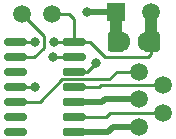
<source format=gbr>
%TF.GenerationSoftware,KiCad,Pcbnew,(5.1.8)-1*%
%TF.CreationDate,2021-01-17T17:02:30+01:00*%
%TF.ProjectId,feikController pedal,6665696b-436f-46e7-9472-6f6c6c657220,rev?*%
%TF.SameCoordinates,Original*%
%TF.FileFunction,Copper,L1,Top*%
%TF.FilePolarity,Positive*%
%FSLAX46Y46*%
G04 Gerber Fmt 4.6, Leading zero omitted, Abs format (unit mm)*
G04 Created by KiCad (PCBNEW (5.1.8)-1) date 2021-01-17 17:02:30*
%MOMM*%
%LPD*%
G01*
G04 APERTURE LIST*
%TA.AperFunction,SMDPad,CuDef*%
%ADD10C,1.500000*%
%TD*%
%TA.AperFunction,SMDPad,CuDef*%
%ADD11R,1.500000X1.500000*%
%TD*%
%TA.AperFunction,ViaPad*%
%ADD12C,0.800000*%
%TD*%
%TA.AperFunction,Conductor*%
%ADD13C,1.000000*%
%TD*%
%TA.AperFunction,Conductor*%
%ADD14C,0.250000*%
%TD*%
%TA.AperFunction,Conductor*%
%ADD15C,0.500000*%
%TD*%
G04 APERTURE END LIST*
%TO.P,C3,2*%
%TO.N,GND*%
%TA.AperFunction,SMDPad,CuDef*%
G36*
G01*
X179329500Y-106028500D02*
X179329500Y-105553500D01*
G75*
G02*
X179567000Y-105316000I237500J0D01*
G01*
X180142000Y-105316000D01*
G75*
G02*
X180379500Y-105553500I0J-237500D01*
G01*
X180379500Y-106028500D01*
G75*
G02*
X180142000Y-106266000I-237500J0D01*
G01*
X179567000Y-106266000D01*
G75*
G02*
X179329500Y-106028500I0J237500D01*
G01*
G37*
%TD.AperFunction*%
%TO.P,C3,1*%
%TO.N,+3V3*%
%TA.AperFunction,SMDPad,CuDef*%
G36*
G01*
X177579500Y-106028500D02*
X177579500Y-105553500D01*
G75*
G02*
X177817000Y-105316000I237500J0D01*
G01*
X178392000Y-105316000D01*
G75*
G02*
X178629500Y-105553500I0J-237500D01*
G01*
X178629500Y-106028500D01*
G75*
G02*
X178392000Y-106266000I-237500J0D01*
G01*
X177817000Y-106266000D01*
G75*
G02*
X177579500Y-106028500I0J237500D01*
G01*
G37*
%TD.AperFunction*%
%TD*%
%TO.P,C1,2*%
%TO.N,GND*%
%TA.AperFunction,SMDPad,CuDef*%
G36*
G01*
X179754500Y-106416000D02*
X179754500Y-105166000D01*
G75*
G02*
X180004500Y-104916000I250000J0D01*
G01*
X180929500Y-104916000D01*
G75*
G02*
X181179500Y-105166000I0J-250000D01*
G01*
X181179500Y-106416000D01*
G75*
G02*
X180929500Y-106666000I-250000J0D01*
G01*
X180004500Y-106666000D01*
G75*
G02*
X179754500Y-106416000I0J250000D01*
G01*
G37*
%TD.AperFunction*%
%TO.P,C1,1*%
%TO.N,+3V3*%
%TA.AperFunction,SMDPad,CuDef*%
G36*
G01*
X176779500Y-106416000D02*
X176779500Y-105166000D01*
G75*
G02*
X177029500Y-104916000I250000J0D01*
G01*
X177954500Y-104916000D01*
G75*
G02*
X178204500Y-105166000I0J-250000D01*
G01*
X178204500Y-106416000D01*
G75*
G02*
X177954500Y-106666000I-250000J0D01*
G01*
X177029500Y-106666000D01*
G75*
G02*
X176779500Y-106416000I0J250000D01*
G01*
G37*
%TD.AperFunction*%
%TD*%
%TO.P,C2,2*%
%TO.N,GND*%
%TA.AperFunction,SMDPad,CuDef*%
G36*
G01*
X179434800Y-106241001D02*
X179434800Y-105340999D01*
G75*
G02*
X179684799Y-105091000I249999J0D01*
G01*
X180334801Y-105091000D01*
G75*
G02*
X180584800Y-105340999I0J-249999D01*
G01*
X180584800Y-106241001D01*
G75*
G02*
X180334801Y-106491000I-249999J0D01*
G01*
X179684799Y-106491000D01*
G75*
G02*
X179434800Y-106241001I0J249999D01*
G01*
G37*
%TD.AperFunction*%
%TO.P,C2,1*%
%TO.N,+3V3*%
%TA.AperFunction,SMDPad,CuDef*%
G36*
G01*
X177384800Y-106241001D02*
X177384800Y-105340999D01*
G75*
G02*
X177634799Y-105091000I249999J0D01*
G01*
X178284801Y-105091000D01*
G75*
G02*
X178534800Y-105340999I0J-249999D01*
G01*
X178534800Y-106241001D01*
G75*
G02*
X178284801Y-106491000I-249999J0D01*
G01*
X177634799Y-106491000D01*
G75*
G02*
X177384800Y-106241001I0J249999D01*
G01*
G37*
%TD.AperFunction*%
%TD*%
%TO.P,U1,14*%
%TO.N,GND*%
%TA.AperFunction,SMDPad,CuDef*%
G36*
G01*
X172955400Y-105972800D02*
X172955400Y-105672800D01*
G75*
G02*
X173105400Y-105522800I150000J0D01*
G01*
X174755400Y-105522800D01*
G75*
G02*
X174905400Y-105672800I0J-150000D01*
G01*
X174905400Y-105972800D01*
G75*
G02*
X174755400Y-106122800I-150000J0D01*
G01*
X173105400Y-106122800D01*
G75*
G02*
X172955400Y-105972800I0J150000D01*
G01*
G37*
%TD.AperFunction*%
%TO.P,U1,13*%
%TO.N,/ICSPDAT*%
%TA.AperFunction,SMDPad,CuDef*%
G36*
G01*
X172955400Y-107242800D02*
X172955400Y-106942800D01*
G75*
G02*
X173105400Y-106792800I150000J0D01*
G01*
X174755400Y-106792800D01*
G75*
G02*
X174905400Y-106942800I0J-150000D01*
G01*
X174905400Y-107242800D01*
G75*
G02*
X174755400Y-107392800I-150000J0D01*
G01*
X173105400Y-107392800D01*
G75*
G02*
X172955400Y-107242800I0J150000D01*
G01*
G37*
%TD.AperFunction*%
%TO.P,U1,12*%
%TO.N,/ICSPCLK*%
%TA.AperFunction,SMDPad,CuDef*%
G36*
G01*
X172955400Y-108512800D02*
X172955400Y-108212800D01*
G75*
G02*
X173105400Y-108062800I150000J0D01*
G01*
X174755400Y-108062800D01*
G75*
G02*
X174905400Y-108212800I0J-150000D01*
G01*
X174905400Y-108512800D01*
G75*
G02*
X174755400Y-108662800I-150000J0D01*
G01*
X173105400Y-108662800D01*
G75*
G02*
X172955400Y-108512800I0J150000D01*
G01*
G37*
%TD.AperFunction*%
%TO.P,U1,11*%
%TO.N,/~SS*%
%TA.AperFunction,SMDPad,CuDef*%
G36*
G01*
X172955400Y-109782800D02*
X172955400Y-109482800D01*
G75*
G02*
X173105400Y-109332800I150000J0D01*
G01*
X174755400Y-109332800D01*
G75*
G02*
X174905400Y-109482800I0J-150000D01*
G01*
X174905400Y-109782800D01*
G75*
G02*
X174755400Y-109932800I-150000J0D01*
G01*
X173105400Y-109932800D01*
G75*
G02*
X172955400Y-109782800I0J150000D01*
G01*
G37*
%TD.AperFunction*%
%TO.P,U1,10*%
%TO.N,/CLK*%
%TA.AperFunction,SMDPad,CuDef*%
G36*
G01*
X172955400Y-111052800D02*
X172955400Y-110752800D01*
G75*
G02*
X173105400Y-110602800I150000J0D01*
G01*
X174755400Y-110602800D01*
G75*
G02*
X174905400Y-110752800I0J-150000D01*
G01*
X174905400Y-111052800D01*
G75*
G02*
X174755400Y-111202800I-150000J0D01*
G01*
X173105400Y-111202800D01*
G75*
G02*
X172955400Y-111052800I0J150000D01*
G01*
G37*
%TD.AperFunction*%
%TO.P,U1,9*%
%TO.N,/DATA*%
%TA.AperFunction,SMDPad,CuDef*%
G36*
G01*
X172955400Y-112322800D02*
X172955400Y-112022800D01*
G75*
G02*
X173105400Y-111872800I150000J0D01*
G01*
X174755400Y-111872800D01*
G75*
G02*
X174905400Y-112022800I0J-150000D01*
G01*
X174905400Y-112322800D01*
G75*
G02*
X174755400Y-112472800I-150000J0D01*
G01*
X173105400Y-112472800D01*
G75*
G02*
X172955400Y-112322800I0J150000D01*
G01*
G37*
%TD.AperFunction*%
%TO.P,U1,8*%
%TO.N,/CMD*%
%TA.AperFunction,SMDPad,CuDef*%
G36*
G01*
X172955400Y-113592800D02*
X172955400Y-113292800D01*
G75*
G02*
X173105400Y-113142800I150000J0D01*
G01*
X174755400Y-113142800D01*
G75*
G02*
X174905400Y-113292800I0J-150000D01*
G01*
X174905400Y-113592800D01*
G75*
G02*
X174755400Y-113742800I-150000J0D01*
G01*
X173105400Y-113742800D01*
G75*
G02*
X172955400Y-113592800I0J150000D01*
G01*
G37*
%TD.AperFunction*%
%TO.P,U1,7*%
%TO.N,Net-(U1-Pad7)*%
%TA.AperFunction,SMDPad,CuDef*%
G36*
G01*
X168005400Y-113592800D02*
X168005400Y-113292800D01*
G75*
G02*
X168155400Y-113142800I150000J0D01*
G01*
X169805400Y-113142800D01*
G75*
G02*
X169955400Y-113292800I0J-150000D01*
G01*
X169955400Y-113592800D01*
G75*
G02*
X169805400Y-113742800I-150000J0D01*
G01*
X168155400Y-113742800D01*
G75*
G02*
X168005400Y-113592800I0J150000D01*
G01*
G37*
%TD.AperFunction*%
%TO.P,U1,6*%
%TO.N,Net-(U1-Pad6)*%
%TA.AperFunction,SMDPad,CuDef*%
G36*
G01*
X168005400Y-112322800D02*
X168005400Y-112022800D01*
G75*
G02*
X168155400Y-111872800I150000J0D01*
G01*
X169805400Y-111872800D01*
G75*
G02*
X169955400Y-112022800I0J-150000D01*
G01*
X169955400Y-112322800D01*
G75*
G02*
X169805400Y-112472800I-150000J0D01*
G01*
X168155400Y-112472800D01*
G75*
G02*
X168005400Y-112322800I0J150000D01*
G01*
G37*
%TD.AperFunction*%
%TO.P,U1,5*%
%TO.N,/ACK*%
%TA.AperFunction,SMDPad,CuDef*%
G36*
G01*
X168005400Y-111052800D02*
X168005400Y-110752800D01*
G75*
G02*
X168155400Y-110602800I150000J0D01*
G01*
X169805400Y-110602800D01*
G75*
G02*
X169955400Y-110752800I0J-150000D01*
G01*
X169955400Y-111052800D01*
G75*
G02*
X169805400Y-111202800I-150000J0D01*
G01*
X168155400Y-111202800D01*
G75*
G02*
X168005400Y-111052800I0J150000D01*
G01*
G37*
%TD.AperFunction*%
%TO.P,U1,4*%
%TO.N,/VPP\u005C~MCLR*%
%TA.AperFunction,SMDPad,CuDef*%
G36*
G01*
X168005400Y-109782800D02*
X168005400Y-109482800D01*
G75*
G02*
X168155400Y-109332800I150000J0D01*
G01*
X169805400Y-109332800D01*
G75*
G02*
X169955400Y-109482800I0J-150000D01*
G01*
X169955400Y-109782800D01*
G75*
G02*
X169805400Y-109932800I-150000J0D01*
G01*
X168155400Y-109932800D01*
G75*
G02*
X168005400Y-109782800I0J150000D01*
G01*
G37*
%TD.AperFunction*%
%TO.P,U1,3*%
%TO.N,Net-(U1-Pad3)*%
%TA.AperFunction,SMDPad,CuDef*%
G36*
G01*
X168005400Y-108512800D02*
X168005400Y-108212800D01*
G75*
G02*
X168155400Y-108062800I150000J0D01*
G01*
X169805400Y-108062800D01*
G75*
G02*
X169955400Y-108212800I0J-150000D01*
G01*
X169955400Y-108512800D01*
G75*
G02*
X169805400Y-108662800I-150000J0D01*
G01*
X168155400Y-108662800D01*
G75*
G02*
X168005400Y-108512800I0J150000D01*
G01*
G37*
%TD.AperFunction*%
%TO.P,U1,2*%
%TO.N,/SW*%
%TA.AperFunction,SMDPad,CuDef*%
G36*
G01*
X168005400Y-107242800D02*
X168005400Y-106942800D01*
G75*
G02*
X168155400Y-106792800I150000J0D01*
G01*
X169805400Y-106792800D01*
G75*
G02*
X169955400Y-106942800I0J-150000D01*
G01*
X169955400Y-107242800D01*
G75*
G02*
X169805400Y-107392800I-150000J0D01*
G01*
X168155400Y-107392800D01*
G75*
G02*
X168005400Y-107242800I0J150000D01*
G01*
G37*
%TD.AperFunction*%
%TO.P,U1,1*%
%TO.N,+3V3*%
%TA.AperFunction,SMDPad,CuDef*%
G36*
G01*
X168005400Y-105972800D02*
X168005400Y-105672800D01*
G75*
G02*
X168155400Y-105522800I150000J0D01*
G01*
X169805400Y-105522800D01*
G75*
G02*
X169955400Y-105672800I0J-150000D01*
G01*
X169955400Y-105972800D01*
G75*
G02*
X169805400Y-106122800I-150000J0D01*
G01*
X168155400Y-106122800D01*
G75*
G02*
X168005400Y-105972800I0J150000D01*
G01*
G37*
%TD.AperFunction*%
%TD*%
D10*
%TO.P,GND,1*%
%TO.N,GND*%
X172085000Y-103454200D03*
%TD*%
%TO.P,SW,1*%
%TO.N,/SW*%
X169494200Y-103454200D03*
%TD*%
D11*
%TO.P,3.5V,1*%
%TO.N,+3V3*%
X177495200Y-103276400D03*
%TD*%
D10*
%TO.P,GND,1*%
%TO.N,GND*%
X180441600Y-103276400D03*
%TD*%
%TO.P,ACK,1*%
%TO.N,/ACK*%
X179400200Y-108331000D03*
%TD*%
%TO.P,CS,1*%
%TO.N,/~SS*%
X181432200Y-109499400D03*
%TD*%
%TO.P,CMD,1*%
%TO.N,/CMD*%
X179400200Y-113004600D03*
%TD*%
%TO.P,DATA,1*%
%TO.N,/DATA*%
X181432200Y-111836200D03*
%TD*%
%TO.P,CLK,1*%
%TO.N,/CLK*%
X179400200Y-110667800D03*
%TD*%
D12*
%TO.N,GND*%
X172186600Y-105816400D03*
%TO.N,+3V3*%
X170611800Y-105841800D03*
X175031400Y-103276400D03*
%TO.N,/VPP\u005C~MCLR*%
X170586400Y-109626400D03*
%TO.N,/ICSPDAT*%
X172110400Y-107086400D03*
%TO.N,/ICSPCLK*%
X175806100Y-107569002D03*
%TD*%
D13*
%TO.N,GND*%
X180441600Y-105765600D02*
X180467000Y-105791000D01*
X180441600Y-103276400D02*
X180441600Y-105765600D01*
D14*
X173930400Y-105822800D02*
X173930400Y-103851800D01*
X173532800Y-103454200D02*
X172085000Y-103454200D01*
X173930400Y-103851800D02*
X173532800Y-103454200D01*
X173924000Y-105816400D02*
X173930400Y-105822800D01*
X172186600Y-105816400D02*
X173924000Y-105816400D01*
X173930400Y-105822800D02*
X175266400Y-105822800D01*
X175266400Y-105822800D02*
X176555400Y-107111800D01*
X176555400Y-107111800D02*
X180213000Y-107111800D01*
X180213000Y-107111800D02*
X180467000Y-106857800D01*
X180467000Y-106857800D02*
X180467000Y-105791000D01*
D13*
%TO.N,+3V3*%
X177495200Y-105787800D02*
X177492000Y-105791000D01*
X177495200Y-103276400D02*
X177495200Y-105787800D01*
D14*
X168980400Y-105822800D02*
X170592800Y-105822800D01*
X170592800Y-105822800D02*
X170611800Y-105841800D01*
D15*
X175031400Y-103276400D02*
X177495200Y-103276400D01*
D14*
%TO.N,/VPP\u005C~MCLR*%
X168986800Y-109626400D02*
X168980400Y-109632800D01*
X170586400Y-109626400D02*
X168986800Y-109626400D01*
%TO.N,/ICSPDAT*%
X173924000Y-107086400D02*
X173930400Y-107092800D01*
X172110400Y-107086400D02*
X173924000Y-107086400D01*
%TO.N,/ICSPCLK*%
X173930400Y-108362800D02*
X175012302Y-108362800D01*
X175012302Y-108362800D02*
X175806100Y-107569002D01*
D15*
%TO.N,/CLK*%
X179400200Y-110667800D02*
X176555400Y-110667800D01*
X176320400Y-110902800D02*
X173930400Y-110902800D01*
X176555400Y-110667800D02*
X176320400Y-110902800D01*
D14*
%TO.N,/DATA*%
X181432200Y-111836200D02*
X176961800Y-111836200D01*
X176625200Y-112172800D02*
X173930400Y-112172800D01*
X176961800Y-111836200D02*
X176625200Y-112172800D01*
D15*
%TO.N,/CMD*%
X179400200Y-113004600D02*
X177215800Y-113004600D01*
X176777600Y-113442800D02*
X173930400Y-113442800D01*
X177215800Y-113004600D02*
X176777600Y-113442800D01*
D14*
%TO.N,/~SS*%
X181432200Y-109499400D02*
X176199800Y-109499400D01*
X176066400Y-109632800D02*
X173930400Y-109632800D01*
X176199800Y-109499400D02*
X176066400Y-109632800D01*
%TO.N,/ACK*%
X172928622Y-108987810D02*
X176889190Y-108987810D01*
X168980400Y-110902800D02*
X171013632Y-110902800D01*
X171013632Y-110902800D02*
X172928622Y-108987810D01*
X177546000Y-108331000D02*
X179400200Y-108331000D01*
X176889190Y-108987810D02*
X177546000Y-108331000D01*
%TO.N,/SW*%
X171348400Y-106299000D02*
X171348400Y-105308400D01*
X168980400Y-107092800D02*
X170554600Y-107092800D01*
X171348400Y-105308400D02*
X169494200Y-103454200D01*
X170554600Y-107092800D02*
X171348400Y-106299000D01*
%TD*%
M02*

</source>
